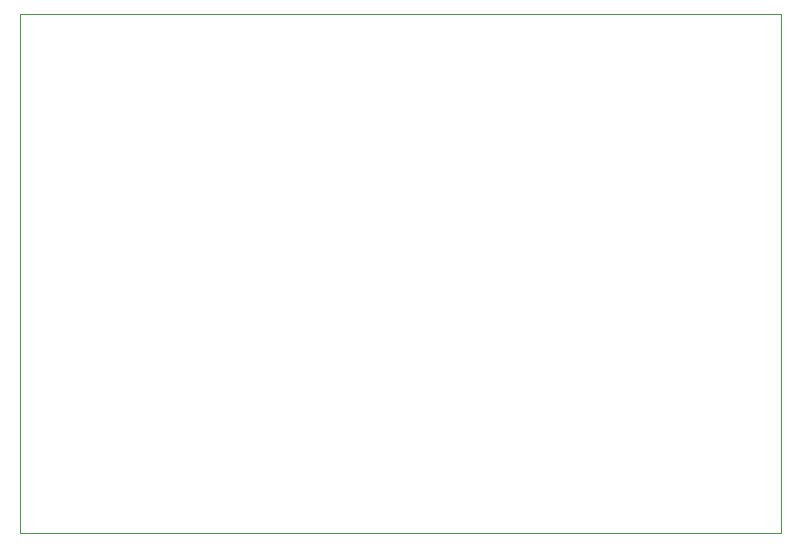
<source format=gm1>
G04 #@! TF.FileFunction,Profile,NP*
%FSLAX46Y46*%
G04 Gerber Fmt 4.6, Leading zero omitted, Abs format (unit mm)*
G04 Created by KiCad (PCBNEW 4.0.1-stable) date 24/01/2016 09:13:41*
%MOMM*%
G01*
G04 APERTURE LIST*
%ADD10C,0.100000*%
G04 APERTURE END LIST*
D10*
X99500000Y-96000000D02*
X164000000Y-96000000D01*
X164000000Y-140000000D02*
X99500000Y-140000000D01*
X99506000Y-140000000D02*
X99506000Y-96000000D01*
X164000000Y-96000000D02*
X164000000Y-140000000D01*
M02*

</source>
